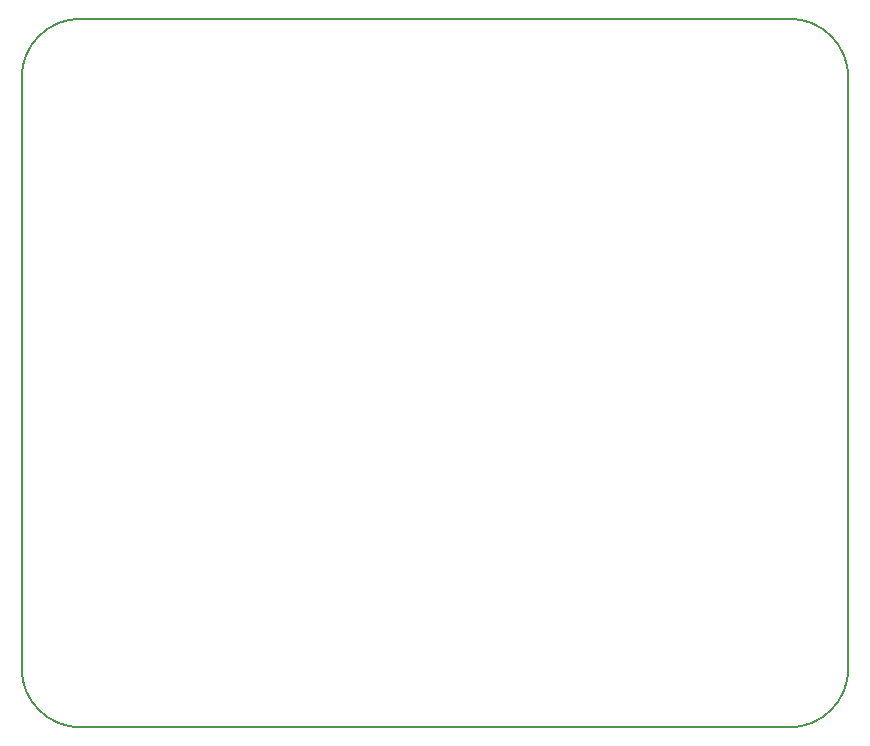
<source format=gbr>
G04 #@! TF.GenerationSoftware,KiCad,Pcbnew,(5.0.1-3-g963ef8bb5)*
G04 #@! TF.CreationDate,2018-11-18T00:10:26+02:00*
G04 #@! TF.ProjectId,winch,77696E63682E6B696361645F70636200,rev?*
G04 #@! TF.SameCoordinates,Original*
G04 #@! TF.FileFunction,Profile,NP*
%FSLAX46Y46*%
G04 Gerber Fmt 4.6, Leading zero omitted, Abs format (unit mm)*
G04 Created by KiCad (PCBNEW (5.0.1-3-g963ef8bb5)) date Sunday, November 18, 2018 at 12:10:26 AM*
%MOMM*%
%LPD*%
G01*
G04 APERTURE LIST*
%ADD10C,0.150000*%
G04 APERTURE END LIST*
D10*
X100000000Y-125000000D02*
X100000000Y-75000000D01*
X165000000Y-130000000D02*
X105000000Y-130000000D01*
X170000000Y-75000000D02*
X170000000Y-125000000D01*
X105000000Y-70000000D02*
X165000000Y-70000000D01*
X100000000Y-75000000D02*
G75*
G02X105000000Y-70000000I5000000J0D01*
G01*
X105000000Y-130000000D02*
G75*
G02X100000000Y-125000000I0J5000000D01*
G01*
X170000000Y-125000000D02*
G75*
G02X165000000Y-130000000I-5000000J0D01*
G01*
X165000000Y-70000000D02*
G75*
G02X170000000Y-75000000I0J-5000000D01*
G01*
M02*

</source>
